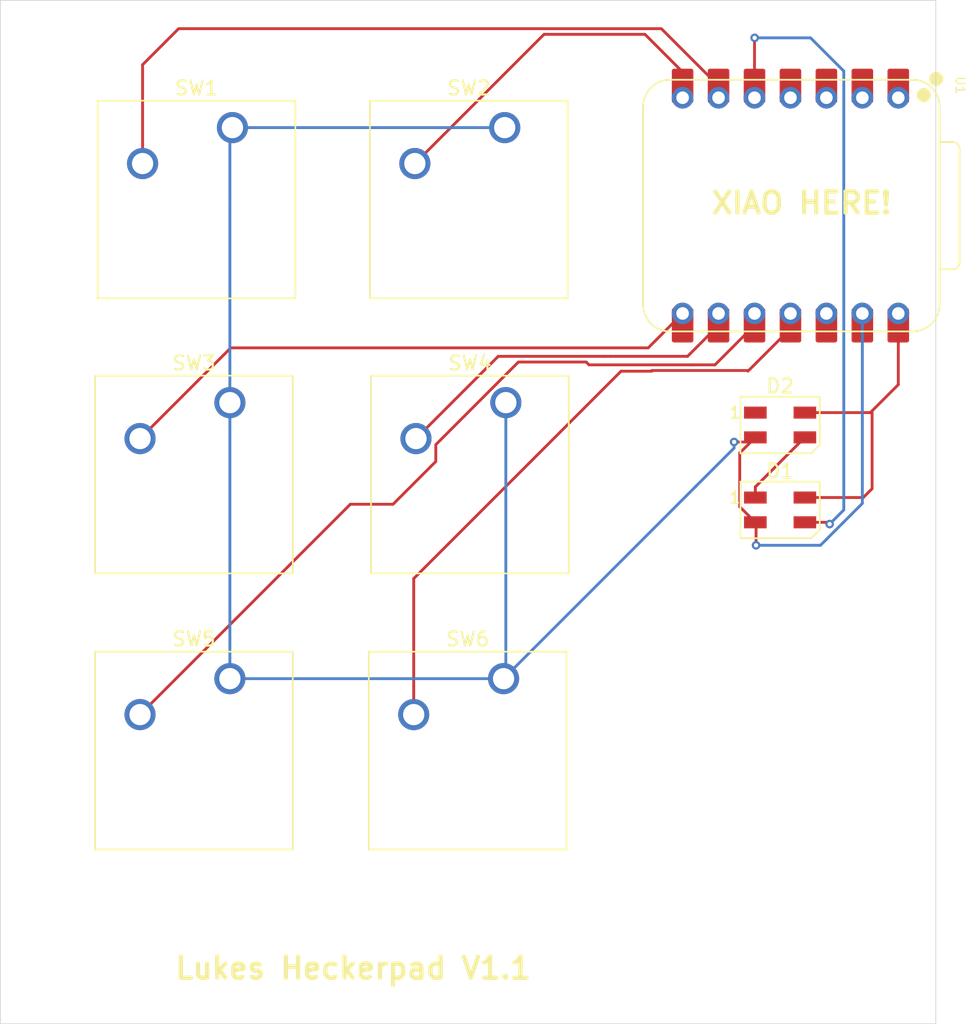
<source format=kicad_pcb>
(kicad_pcb (version 20241229) (generator "pcbnew") (generator_version "9.0")
  (layers (0 "F.Cu" signal) (2 "B.Cu" signal) (13 "F.Paste" user) (15 "B.Paste" user) (5 "F.SilkS" user "F.Silkscreen") (7 "B.SilkS" user "B.Silkscreen") (1 "F.Mask" user) (3 "B.Mask" user) (25 "Edge.Cuts" user))
  (net 0 "")
  (net 1 "+5V")
  (net 2 "Net-(D1-DOUT)")
  (net 3 "GND")
  (net 4 "Net-(D1-DIN)")
  (net 6 "Net-(U1-GPIO7{slash}SCL)")
  (net 7 "Net-(U1-GPIO0{slash}TX)")
  (net 8 "Net-(U1-GPIO1{slash}RX)")
  (net 9 "Net-(U1-GPIO2{slash}SCK)")
  (net 10 "Net-(U1-GPIO4{slash}MISO)")
  (net 11 "Net-(U1-GPIO3{slash}MOSI)")
  (footprint "Button_Switch_Keyboard:SW_Cherry_MX_1.00u_PCB" (layer "F.Cu") (at 62.62 123.42)
    (property "Reference" "SW5" (at -2.54 -2.794 0) (layer "F.SilkS"))
    (property "Value" "SW_Push")
    (fp_line (start -9.525 -1.905) (end 4.445 -1.905) (stroke (width 0.12)) (layer "F.SilkS"))
    (fp_line (start -9.525 12.065) (end -9.525 -1.905) (stroke (width 0.12)) (layer "F.SilkS"))
    (fp_line (start 4.445 -1.905) (end 4.445 12.065) (stroke (width 0.12)) (layer "F.SilkS"))
    (fp_line (start 4.445 12.065) (end -9.525 12.065) (stroke (width 0.12)) (layer "F.SilkS"))
    (pad "" np_thru_hole circle (at -7.62 5.08) (size 1.7 1.7) (drill 1.7) (layers "*.Cu" "*.Mask"))
    (pad "" np_thru_hole circle (at -2.54 5.08) (size 4 4) (drill 4) (layers "*.Cu" "*.Mask"))
    (pad "" np_thru_hole circle (at 2.54 5.08) (size 1.7 1.7) (drill 1.7) (layers "*.Cu" "*.Mask"))
    (pad "1" thru_hole circle (at 0 0) (size 2.2 2.2) (drill 1.5) (layers "*.Cu" "*.Mask") (net 3 "GND"))
    (pad "2" thru_hole circle (at -6.35 2.54) (size 2.2 2.2) (drill 1.5) (layers "*.Cu" "*.Mask") (net 10 "Net-(U1-GPIO4{slash}MISO)"))
  )
  (footprint "Button_Switch_Keyboard:SW_Cherry_MX_1.00u_PCB" (layer "F.Cu") (at 82.12 103.92)
    (property "Reference" "SW4" (at -2.54 -2.794 0) (layer "F.SilkS"))
    (property "Value" "SW_Push")
    (fp_line (start -9.525 -1.905) (end 4.445 -1.905) (stroke (width 0.12)) (layer "F.SilkS"))
    (fp_line (start -9.525 12.065) (end -9.525 -1.905) (stroke (width 0.12)) (layer "F.SilkS"))
    (fp_line (start 4.445 -1.905) (end 4.445 12.065) (stroke (width 0.12)) (layer "F.SilkS"))
    (fp_line (start 4.445 12.065) (end -9.525 12.065) (stroke (width 0.12)) (layer "F.SilkS"))
    (pad "" np_thru_hole circle (at -7.62 5.08) (size 1.7 1.7) (drill 1.7) (layers "*.Cu" "*.Mask"))
    (pad "" np_thru_hole circle (at -2.54 5.08) (size 4 4) (drill 4) (layers "*.Cu" "*.Mask"))
    (pad "" np_thru_hole circle (at 2.54 5.08) (size 1.7 1.7) (drill 1.7) (layers "*.Cu" "*.Mask"))
    (pad "1" thru_hole circle (at 0 0) (size 2.2 2.2) (drill 1.5) (layers "*.Cu" "*.Mask") (net 3 "GND"))
    (pad "2" thru_hole circle (at -6.35 2.54) (size 2.2 2.2) (drill 1.5) (layers "*.Cu" "*.Mask") (net 9 "Net-(U1-GPIO2{slash}SCK)"))
  )
  (footprint "Button_Switch_Keyboard:SW_Cherry_MX_1.00u_PCB" (layer "F.Cu") (at 62.62 103.92)
    (property "Reference" "SW3" (at -2.54 -2.794 0) (layer "F.SilkS"))
    (property "Value" "SW_Push")
    (fp_line (start -9.525 -1.905) (end 4.445 -1.905) (stroke (width 0.12)) (layer "F.SilkS"))
    (fp_line (start -9.525 12.065) (end -9.525 -1.905) (stroke (width 0.12)) (layer "F.SilkS"))
    (fp_line (start 4.445 -1.905) (end 4.445 12.065) (stroke (width 0.12)) (layer "F.SilkS"))
    (fp_line (start 4.445 12.065) (end -9.525 12.065) (stroke (width 0.12)) (layer "F.SilkS"))
    (pad "" np_thru_hole circle (at -7.62 5.08) (size 1.7 1.7) (drill 1.7) (layers "*.Cu" "*.Mask"))
    (pad "" np_thru_hole circle (at -2.54 5.08) (size 4 4) (drill 4) (layers "*.Cu" "*.Mask"))
    (pad "" np_thru_hole circle (at 2.54 5.08) (size 1.7 1.7) (drill 1.7) (layers "*.Cu" "*.Mask"))
    (pad "1" thru_hole circle (at 0 0) (size 2.2 2.2) (drill 1.5) (layers "*.Cu" "*.Mask") (net 3 "GND"))
    (pad "2" thru_hole circle (at -6.35 2.54) (size 2.2 2.2) (drill 1.5) (layers "*.Cu" "*.Mask") (net 8 "Net-(U1-GPIO1{slash}RX)"))
  )
  (footprint "LED_SMD:LED_SK6812MINI_PLCC4_3.5x3.5mm_P1.75mm" (layer "F.Cu") (at 101.5 105.5)
    (property "Reference" "D2" (at 0 -2.75 0) (layer "F.SilkS"))
    (property "Value" "SK6812MINI")
    (fp_line (start -2.8 -2) (end -2.8 2) (stroke (width 0.12)) (layer "F.SilkS"))
    (fp_line (start -2.8 -2) (end 2.8 -2) (stroke (width 0.12)) (layer "F.SilkS"))
    (fp_line (start -2.8 2) (end 2.2 2) (stroke (width 0.12)) (layer "F.SilkS"))
    (fp_line (start 2.8 1.4) (end 2.2 2) (stroke (width 0.12)) (layer "F.SilkS"))
    (fp_line (start 2.8 1.4) (end 2.8 -2) (stroke (width 0.12)) (layer "F.SilkS"))
    (fp_text user "1" (at -3.2 -0.875 0) (layer "F.SilkS") (effects (font (size 0.8 0.8))))
    (pad "1" smd rect (at -1.75 -0.875) (size 1.6 0.85) (layers "F.Cu" "F.Mask" "F.Paste"))
    (pad "2" smd rect (at -1.75 0.875) (size 1.6 0.85) (layers "F.Cu" "F.Mask" "F.Paste") (net 3 "GND"))
    (pad "3" smd rect (at 1.75 0.875) (size 1.6 0.85) (layers "F.Cu" "F.Mask" "F.Paste") (net 2 "Net-(D1-DOUT)"))
    (pad "4" smd rect (at 1.75 -0.875) (size 1.6 0.85) (layers "F.Cu" "F.Mask" "F.Paste") (net 1 "+5V"))
  )
  (footprint "OPL:XIAO-RP2040-DIP" (layer "F.Cu") (at 102.2315 90 -90)
    (property "Reference" "U1" (at -8.5 -12 270) (layer "F.SilkS") (effects (font (size 0.635 0.635) (thickness 0.1016))))
    (property "Value" "XIAO-RP2040-DIP")
    (fp_line (start -6.985 10.414) (end 6.985 10.414) (stroke (width 0.127)) (layer "F.SilkS"))
    (fp_line (start -8.89 8.509) (end -8.89 -8.636) (stroke (width 0.127)) (layer "F.SilkS"))
    (fp_line (start 8.89 8.509) (end 8.89 -8.636) (stroke (width 0.127)) (layer "F.SilkS"))
    (fp_line (start -4.495 -10.541) (end -4.491272 -11.451272) (stroke (width 0.127)) (layer "F.SilkS"))
    (fp_line (start 6.985 -10.541) (end -6.985 -10.541) (stroke (width 0.1)) (layer "F.SilkS"))
    (fp_line (start 6.985 -10.541) (end -6.985 -10.541) (stroke (width 0.127)) (layer "F.SilkS"))
    (fp_line (start 4.504 -11.451) (end 4.504 -10.541) (stroke (width 0.127)) (layer "F.SilkS"))
    (fp_line (start -3.991272 -11.951) (end 4.004 -11.951) (stroke (width 0.127)) (layer "F.SilkS"))
    (fp_arc (start -6.985 10.414) (mid -8.332038 9.856038) (end -8.89 8.509) (stroke (width 0.127)) (layer "F.SilkS"))
    (fp_arc (start 8.89 8.509) (mid 8.332038 9.856038) (end 6.985 10.414) (stroke (width 0.127)) (layer "F.SilkS"))
    (fp_arc (start -8.89 -8.636) (mid -8.332038 -9.983038) (end -6.985 -10.541) (stroke (width 0.127)) (layer "F.SilkS"))
    (fp_arc (start 6.985 -10.541) (mid 8.332038 -9.983038) (end 8.89 -8.636) (stroke (width 0.127)) (layer "F.SilkS"))
    (fp_arc (start -4.491272 -11.451272) (mid -4.344728 -11.80464) (end -3.991272 -11.951) (stroke (width 0.127)) (layer "F.SilkS"))
    (fp_arc (start 4.004 -11.951) (mid 4.357553 -11.804553) (end 4.504 -11.451) (stroke (width 0.127)) (layer "F.SilkS"))
    (fp_circle (center -7.807 -9.42) (end -7.807 -9.674) (stroke (width 0.5)) (fill yes) (layer "F.SilkS"))
    (fp_circle (center -8.95 -10.3) (end -8.95 -10.554) (stroke (width 0.5)) (fill yes) (layer "F.SilkS"))
    (pad "1" smd roundrect (at -8.455 -7.62 90) (size 2.432 1.524) (layers "F.Cu" "F.Mask") (roundrect_rratio 0.1))
    (pad "1" thru_hole circle (at -7.62 -7.62 90) (size 1.524 1.524) (drill 0.889) (layers "*.Cu" "*.Mask"))
    (pad "2" smd roundrect (at -8.455 -5.08 90) (size 2.432 1.524) (layers "F.Cu" "F.Mask") (roundrect_rratio 0.1))
    (pad "2" thru_hole circle (at -7.62 -5.08 90) (size 1.524 1.524) (drill 0.889) (layers "*.Cu" "*.Mask"))
    (pad "3" smd roundrect (at -8.455 -2.54 90) (size 2.432 1.524) (layers "F.Cu" "F.Mask") (roundrect_rratio 0.1))
    (pad "3" thru_hole circle (at -7.62 -2.54 90) (size 1.524 1.524) (drill 0.889) (layers "*.Cu" "*.Mask"))
    (pad "4" smd roundrect (at -8.455 0 90) (size 2.432 1.524) (layers "F.Cu" "F.Mask") (roundrect_rratio 0.1))
    (pad "4" thru_hole circle (at -7.62 0 90) (size 1.524 1.524) (drill 0.889) (layers "*.Cu" "*.Mask"))
    (pad "5" smd roundrect (at -8.455 2.54 90) (size 2.432 1.524) (layers "F.Cu" "F.Mask") (roundrect_rratio 0.1) (net 4 "Net-(D1-DIN)"))
    (pad "5" thru_hole circle (at -7.62 2.54 90) (size 1.524 1.524) (drill 0.889) (layers "*.Cu" "*.Mask") (net 4 "Net-(D1-DIN)"))
    (pad "6" smd roundrect (at -8.455 5.08 90) (size 2.432 1.524) (layers "F.Cu" "F.Mask") (roundrect_rratio 0.1) (net 6 "Net-(U1-GPIO7{slash}SCL)"))
    (pad "6" thru_hole circle (at -7.62 5.08 90) (size 1.524 1.524) (drill 0.889) (layers "*.Cu" "*.Mask") (net 6 "Net-(U1-GPIO7{slash}SCL)"))
    (pad "7" smd roundrect (at -8.455 7.62 90) (size 2.432 1.524) (layers "F.Cu" "F.Mask") (roundrect_rratio 0.1) (net 7 "Net-(U1-GPIO0{slash}TX)"))
    (pad "7" thru_hole circle (at -7.62 7.62 90) (size 1.524 1.524) (drill 0.889) (layers "*.Cu" "*.Mask") (net 7 "Net-(U1-GPIO0{slash}TX)"))
    (pad "8" thru_hole circle (at 7.62 7.62 270) (size 1.524 1.524) (drill 0.889) (layers "*.Cu" "*.Mask") (net 8 "Net-(U1-GPIO1{slash}RX)"))
    (pad "8" smd roundrect (at 8.455 7.62 270) (size 2.432 1.524) (layers "F.Cu" "F.Mask") (roundrect_rratio 0.1) (net 8 "Net-(U1-GPIO1{slash}RX)"))
    (pad "9" thru_hole circle (at 7.62 5.08 270) (size 1.524 1.524) (drill 0.889) (layers "*.Cu" "*.Mask") (net 9 "Net-(U1-GPIO2{slash}SCK)"))
    (pad "9" smd roundrect (at 8.455 5.08 270) (size 2.432 1.524) (layers "F.Cu" "F.Mask") (roundrect_rratio 0.1) (net 9 "Net-(U1-GPIO2{slash}SCK)"))
    (pad "10" thru_hole circle (at 7.62 2.54 270) (size 1.524 1.524) (drill 0.889) (layers "*.Cu" "*.Mask") (net 10 "Net-(U1-GPIO4{slash}MISO)"))
    (pad "10" smd roundrect (at 8.455 2.54 270) (size 2.432 1.524) (layers "F.Cu" "F.Mask") (roundrect_rratio 0.1) (net 10 "Net-(U1-GPIO4{slash}MISO)"))
    (pad "11" thru_hole circle (at 7.62 0 270) (size 1.524 1.524) (drill 0.889) (layers "*.Cu" "*.Mask") (net 11 "Net-(U1-GPIO3{slash}MOSI)"))
    (pad "11" smd roundrect (at 8.455 0 270) (size 2.432 1.524) (layers "F.Cu" "F.Mask") (roundrect_rratio 0.1) (net 11 "Net-(U1-GPIO3{slash}MOSI)"))
    (pad "12" thru_hole circle (at 7.62 -2.54 270) (size 1.524 1.524) (drill 0.889) (layers "*.Cu" "*.Mask"))
    (pad "12" smd roundrect (at 8.455 -2.54 270) (size 2.432 1.524) (layers "F.Cu" "F.Mask") (roundrect_rratio 0.1))
    (pad "13" thru_hole circle (at 7.62 -5.08 270) (size 1.524 1.524) (drill 0.889) (layers "*.Cu" "*.Mask") (net 3 "GND"))
    (pad "13" smd roundrect (at 8.455 -5.08 270) (size 2.432 1.524) (layers "F.Cu" "F.Mask") (roundrect_rratio 0.1) (net 3 "GND"))
    (pad "14" thru_hole circle (at 7.62 -7.62 270) (size 1.524 1.524) (drill 0.889) (layers "*.Cu" "*.Mask") (net 1 "+5V"))
    (pad "14" smd roundrect (at 8.455 -7.62 270) (size 2.432 1.524) (layers "F.Cu" "F.Mask") (roundrect_rratio 0.1) (net 1 "+5V"))
  )
  (footprint "Button_Switch_Keyboard:SW_Cherry_MX_1.00u_PCB" (layer "F.Cu") (at 81.96 123.42)
    (property "Reference" "SW6" (at -2.54 -2.794 0) (layer "F.SilkS"))
    (property "Value" "SW_Push")
    (fp_line (start -9.525 -1.905) (end 4.445 -1.905) (stroke (width 0.12)) (layer "F.SilkS"))
    (fp_line (start -9.525 12.065) (end -9.525 -1.905) (stroke (width 0.12)) (layer "F.SilkS"))
    (fp_line (start 4.445 -1.905) (end 4.445 12.065) (stroke (width 0.12)) (layer "F.SilkS"))
    (fp_line (start 4.445 12.065) (end -9.525 12.065) (stroke (width 0.12)) (layer "F.SilkS"))
    (pad "" np_thru_hole circle (at -7.62 5.08) (size 1.7 1.7) (drill 1.7) (layers "*.Cu" "*.Mask"))
    (pad "" np_thru_hole circle (at -2.54 5.08) (size 4 4) (drill 4) (layers "*.Cu" "*.Mask"))
    (pad "" np_thru_hole circle (at 2.54 5.08) (size 1.7 1.7) (drill 1.7) (layers "*.Cu" "*.Mask"))
    (pad "1" thru_hole circle (at 0 0) (size 2.2 2.2) (drill 1.5) (layers "*.Cu" "*.Mask") (net 3 "GND"))
    (pad "2" thru_hole circle (at -6.35 2.54) (size 2.2 2.2) (drill 1.5) (layers "*.Cu" "*.Mask") (net 11 "Net-(U1-GPIO3{slash}MOSI)"))
  )
  (footprint "LED_SMD:LED_SK6812MINI_PLCC4_3.5x3.5mm_P1.75mm" (layer "F.Cu") (at 101.5 111.5)
    (property "Reference" "D1" (at 0 -2.75 0) (layer "F.SilkS"))
    (property "Value" "SK6812MINI")
    (fp_line (start -2.8 -2) (end -2.8 2) (stroke (width 0.12)) (layer "F.SilkS"))
    (fp_line (start -2.8 -2) (end 2.8 -2) (stroke (width 0.12)) (layer "F.SilkS"))
    (fp_line (start -2.8 2) (end 2.2 2) (stroke (width 0.12)) (layer "F.SilkS"))
    (fp_line (start 2.8 1.4) (end 2.2 2) (stroke (width 0.12)) (layer "F.SilkS"))
    (fp_line (start 2.8 1.4) (end 2.8 -2) (stroke (width 0.12)) (layer "F.SilkS"))
    (fp_text user "1" (at -3.2 -0.875 0) (layer "F.SilkS") (effects (font (size 0.8 0.8))))
    (pad "1" smd rect (at -1.75 -0.875) (size 1.6 0.85) (layers "F.Cu" "F.Mask" "F.Paste") (net 2 "Net-(D1-DOUT)"))
    (pad "2" smd rect (at -1.75 0.875) (size 1.6 0.85) (layers "F.Cu" "F.Mask" "F.Paste") (net 3 "GND"))
    (pad "3" smd rect (at 1.75 0.875) (size 1.6 0.85) (layers "F.Cu" "F.Mask" "F.Paste") (net 4 "Net-(D1-DIN)"))
    (pad "4" smd rect (at 1.75 -0.875) (size 1.6 0.85) (layers "F.Cu" "F.Mask" "F.Paste") (net 1 "+5V"))
  )
  (footprint "Button_Switch_Keyboard:SW_Cherry_MX_1.00u_PCB" (layer "F.Cu") (at 62.8 84.49)
    (property "Reference" "SW1" (at -2.54 -2.794 0) (layer "F.SilkS"))
    (property "Value" "SW_Push")
    (fp_line (start -9.525 -1.905) (end 4.445 -1.905) (stroke (width 0.12)) (layer "F.SilkS"))
    (fp_line (start -9.525 12.065) (end -9.525 -1.905) (stroke (width 0.12)) (layer "F.SilkS"))
    (fp_line (start 4.445 -1.905) (end 4.445 12.065) (stroke (width 0.12)) (layer "F.SilkS"))
    (fp_line (start 4.445 12.065) (end -9.525 12.065) (stroke (width 0.12)) (layer "F.SilkS"))
    (pad "" np_thru_hole circle (at -7.62 5.08) (size 1.7 1.7) (drill 1.7) (layers "*.Cu" "*.Mask"))
    (pad "" np_thru_hole circle (at -2.54 5.08) (size 4 4) (drill 4) (layers "*.Cu" "*.Mask"))
    (pad "" np_thru_hole circle (at 2.54 5.08) (size 1.7 1.7) (drill 1.7) (layers "*.Cu" "*.Mask"))
    (pad "1" thru_hole circle (at 0 0) (size 2.2 2.2) (drill 1.5) (layers "*.Cu" "*.Mask") (net 3 "GND"))
    (pad "2" thru_hole circle (at -6.35 2.54) (size 2.2 2.2) (drill 1.5) (layers "*.Cu" "*.Mask") (net 6 "Net-(U1-GPIO7{slash}SCL)"))
  )
  (footprint "Button_Switch_Keyboard:SW_Cherry_MX_1.00u_PCB" (layer "F.Cu") (at 82.04 84.49)
    (property "Reference" "SW2" (at -2.54 -2.794 0) (layer "F.SilkS"))
    (property "Value" "SW_Push")
    (fp_line (start -9.525 -1.905) (end 4.445 -1.905) (stroke (width 0.12)) (layer "F.SilkS"))
    (fp_line (start -9.525 12.065) (end -9.525 -1.905) (stroke (width 0.12)) (layer "F.SilkS"))
    (fp_line (start 4.445 -1.905) (end 4.445 12.065) (stroke (width 0.12)) (layer "F.SilkS"))
    (fp_line (start 4.445 12.065) (end -9.525 12.065) (stroke (width 0.12)) (layer "F.SilkS"))
    (pad "" np_thru_hole circle (at -7.62 5.08) (size 1.7 1.7) (drill 1.7) (layers "*.Cu" "*.Mask"))
    (pad "" np_thru_hole circle (at -2.54 5.08) (size 4 4) (drill 4) (layers "*.Cu" "*.Mask"))
    (pad "" np_thru_hole circle (at 2.54 5.08) (size 1.7 1.7) (drill 1.7) (layers "*.Cu" "*.Mask"))
    (pad "1" thru_hole circle (at 0 0) (size 2.2 2.2) (drill 1.5) (layers "*.Cu" "*.Mask") (net 3 "GND"))
    (pad "2" thru_hole circle (at -6.35 2.54) (size 2.2 2.2) (drill 1.5) (layers "*.Cu" "*.Mask") (net 7 "Net-(U1-GPIO0{slash}TX)"))
  )
  (gr_rect (start 46.4 75.5) (end 112.5 147.8) (stroke (width 0.05)) (fill no) (layer "Edge.Cuts"))
  (gr_text "XIAO HERE!" (at 96.5 90.7 0) (layer "F.SilkS") (effects (font (size 1.5 1.5) (thickness 0.3) (bold yes)) (justify left bottom)))
  (gr_text "Lukes Heckerpad V1.1" (at 58.6 144.75 0) (layer "F.SilkS") (effects (font (size 1.5 1.5) (thickness 0.3) (bold yes)) (justify left bottom)))
  (segment (start 108 110) (end 108 104.5) (width 0.2) (layer "F.Cu") (net 1))
  (segment (start 109.8515 102.6485) (end 109.8515 98.455) (width 0.2) (layer "F.Cu") (net 1))
  (segment (start 107.375 110.625) (end 108 110) (width 0.2) (layer "F.Cu") (net 1))
  (segment (start 103.25 104.625) (end 107.875 104.625) (width 0.2) (layer "F.Cu") (net 1))
  (segment (start 107.875 104.625) (end 108 104.5) (width 0.2) (layer "F.Cu") (net 1))
  (segment (start 103.25 110.625) (end 107.375 110.625) (width 0.2) (layer "F.Cu") (net 1))
  (segment (start 108 104.5) (end 109.8515 102.6485) (width 0.2) (layer "F.Cu") (net 1))
  (segment (start 99.75 110.625) (end 99.75 109.875) (width 0.2) (layer "F.Cu") (net 2))
  (segment (start 99.75 109.875) (end 103.25 106.375) (width 0.2) (layer "F.Cu") (net 2))
  (segment (start 107.3115 97.62) (end 107.3115 98.455) (width 0.2) (layer "F.Cu") (net 3))
  (segment (start 99.8 114) (end 99.8 112.425) (width 0.2) (layer "F.Cu") (net 3))
  (segment (start 98.25 106.7) (end 99.425 106.7) (width 0.2) (layer "F.Cu") (net 3))
  (segment (start 98.649 111.274) (end 98.649 107.476) (width 0.2) (layer "F.Cu") (net 3))
  (segment (start 82.12 84.57) (end 82.04 84.49) (width 0.2) (layer "F.Cu") (net 3))
  (segment (start 99.8 112.425) (end 99.75 112.375) (width 0.2) (layer "F.Cu") (net 3))
  (segment (start 98.649 107.476) (end 99.75 106.375) (width 0.2) (layer "F.Cu") (net 3))
  (segment (start 81.96 104.08) (end 82.12 103.92) (width 0.2) (layer "F.Cu") (net 3))
  (segment (start 99.75 112.375) (end 98.649 111.274) (width 0.2) (layer "F.Cu") (net 3))
  (segment (start 99.425 106.7) (end 99.75 106.375) (width 0.2) (layer "F.Cu") (net 3))
  (via (at 99.8 114) (size 0.6) (drill 0.3) (layers "F.Cu" "B.Cu") (net 3))
  (via (at 98.25 106.7) (size 0.6) (drill 0.3) (layers "F.Cu" "B.Cu") (net 3))
  (segment (start 98.25 107.13) (end 98.25 106.7) (width 0.2) (layer "B.Cu") (net 3))
  (segment (start 107.3115 97.62) (end 107.3115 111.038443) (width 0.2) (layer "B.Cu") (net 3))
  (segment (start 82.12 123.26) (end 81.96 123.42) (width 0.2) (layer "B.Cu") (net 3))
  (segment (start 107.3115 111.038443) (end 105.248943 113.101) (width 0.2) (layer "B.Cu") (net 3))
  (segment (start 62.8 84.49) (end 82.04 84.49) (width 0.2) (layer "B.Cu") (net 3))
  (segment (start 95.53 109.85) (end 98.25 107.13) (width 0.2) (layer "B.Cu") (net 3))
  (segment (start 95.53 109.85) (end 81.96 123.42) (width 0.2) (layer "B.Cu") (net 3))
  (segment (start 62.62 84.67) (end 62.8 84.49) (width 0.2) (layer "B.Cu") (net 3))
  (segment (start 105.248943 113.101) (end 104.349943 114) (width 0.2) (layer "B.Cu") (net 3))
  (segment (start 82.12 103.92) (end 82.12 123.26) (width 0.2) (layer "B.Cu") (net 3))
  (segment (start 62.62 123.42) (end 62.62 103.92) (width 0.2) (layer "B.Cu") (net 3))
  (segment (start 62.62 103.92) (end 62.62 84.67) (width 0.2) (layer "B.Cu") (net 3))
  (segment (start 104.349943 114) (end 99.8 114) (width 0.2) (layer "B.Cu") (net 3))
  (segment (start 81.96 123.42) (end 62.62 123.42) (width 0.2) (layer "B.Cu") (net 3))
  (segment (start 104.875 112.375) (end 105 112.5) (width 0.2) (layer "F.Cu") (net 4))
  (segment (start 99.7 78.4) (end 99.6915 78.4085) (width 0.2) (layer "F.Cu") (net 4))
  (segment (start 99.6915 78.1585) (end 99.7 78.15) (width 0.2) (layer "F.Cu") (net 4))
  (segment (start 103.25 112.375) (end 104.875 112.375) (width 0.2) (layer "F.Cu") (net 4))
  (segment (start 99.6915 82.38) (end 99.6915 81.545) (width 0.2) (layer "F.Cu") (net 4))
  (segment (start 99.7 78.15) (end 99.7 78.4) (width 0.2) (layer "F.Cu") (net 4))
  (segment (start 99.6915 82.38) (end 99.6915 78.1585) (width 0.2) (layer "F.Cu") (net 4))
  (via (at 99.7 78.15) (size 0.6) (drill 0.3) (layers "F.Cu" "B.Cu") (net 4))
  (via (at 105 112.5) (size 0.6) (drill 0.3) (layers "F.Cu" "B.Cu") (net 4))
  (segment (start 105 112.5) (end 106 111.5) (width 0.2) (layer "B.Cu") (net 4))
  (segment (start 106 111.5) (end 106 80.5) (width 0.2) (layer "B.Cu") (net 4))
  (segment (start 103.65 78.15) (end 99.7 78.15) (width 0.2) (layer "B.Cu") (net 4))
  (segment (start 106 80.5) (end 103.65 78.15) (width 0.2) (layer "B.Cu") (net 4))
  (segment (start 56.45 80.05) (end 59 77.5) (width 0.2) (layer "F.Cu") (net 6))
  (segment (start 59 77.5) (end 93.1065 77.5) (width 0.2) (layer "F.Cu") (net 6))
  (segment (start 93.1065 77.5) (end 97.1515 81.545) (width 0.2) (layer "F.Cu") (net 6))
  (segment (start 56.45 87.03) (end 56.45 80.05) (width 0.2) (layer "F.Cu") (net 6))
  (segment (start 84.819 77.901) (end 91.95 77.901) (width 0.2) (layer "F.Cu") (net 7))
  (segment (start 75.69 87.03) (end 84.819 77.901) (width 0.2) (layer "F.Cu") (net 7))
  (segment (start 91.95 77.901) (end 94.6115 80.5625) (width 0.2) (layer "F.Cu") (net 7))
  (segment (start 94.6115 80.5625) (end 94.6115 82.38) (width 0.2) (layer "F.Cu") (net 7))
  (segment (start 94.530155 97.701345) (end 92.1815 100.05) (width 0.2) (layer "F.Cu") (net 8))
  (segment (start 62.68 100.05) (end 56.27 106.46) (width 0.2) (layer "F.Cu") (net 8))
  (segment (start 92.1815 100.05) (end 62.68 100.05) (width 0.2) (layer "F.Cu") (net 8))
  (segment (start 94.6115 97.62) (end 94.530155 97.701345) (width 0.2) (layer "F.Cu") (net 8))
  (segment (start 97.1515 98.455) (end 94.9565 100.65) (width 0.2) (layer "F.Cu") (net 9))
  (segment (start 97.1515 97.62) (end 97.1515 97.820231) (width 0.2) (layer "F.Cu") (net 9))
  (segment (start 89.522625 100.65) (end 89.014385 100.65) (width 0.2) (layer "F.Cu") (net 9))
  (segment (start 94.9565 100.65) (end 89.522625 100.65) (width 0.2) (layer "F.Cu") (net 9))
  (segment (start 81.58 100.65) (end 75.77 106.46) (width 0.2) (layer "F.Cu") (net 9))
  (segment (start 89.014385 100.65) (end 81.58 100.65) (width 0.2) (layer "F.Cu") (net 9))
  (segment (start 97.1515 97.820231) (end 97.1515 98.69763) (width 0.2) (layer "F.Cu") (net 9))
  (segment (start 87.8 101.051) (end 83.007686 101.051) (width 0.2) (layer "F.Cu") (net 10))
  (segment (start 77.171 108.079) (end 74.15 111.1) (width 0.2) (layer "F.Cu") (net 10))
  (segment (start 88 101.251) (end 87.8 101.051) (width 0.2) (layer "F.Cu") (net 10))
  (segment (start 95.331085 101.251) (end 95.185873 101.251) (width 0.2) (layer "F.Cu") (net 10))
  (segment (start 71.13 111.1) (end 56.27 125.96) (width 0.2) (layer "F.Cu") (net 10))
  (segment (start 77.171 106.887686) (end 77.171 108.079) (width 0.2) (layer "F.Cu") (net 10))
  (segment (start 96.8955 101.251) (end 95.331085 101.251) (width 0.2) (layer "F.Cu") (net 10))
  (segment (start 99.6915 98.455) (end 96.8955 101.251) (width 0.2) (layer "F.Cu") (net 10))
  (segment (start 95.185873 101.251) (end 88 101.251) (width 0.2) (layer "F.Cu") (net 10))
  (segment (start 74.15 111.1) (end 71.13 111.1) (width 0.2) (layer "F.Cu") (net 10))
  (segment (start 83.007686 101.051) (end 77.171 106.887686) (width 0.2) (layer "F.Cu") (net 10))
  (segment (start 75.61 116.35153) (end 75.61 125.96) (width 0.2) (layer "F.Cu") (net 11))
  (segment (start 99.22913 101.65) (end 92.426855 101.65) (width 0.2) (layer "F.Cu") (net 11))
  (segment (start 90.26153 101.7) (end 75.61 116.35153) (width 0.2) (layer "F.Cu") (net 11))
  (segment (start 102.2315 98.69763) (end 99.22913 101.7) (width 0.2) (layer "F.Cu") (net 11))
  (segment (start 102.2315 97.62) (end 102.2315 98.69763) (width 0.2) (layer "F.Cu") (net 11))
  (segment (start 92.426855 101.7) (end 90.26153 101.7) (width 0.2) (layer "F.Cu") (net 11))
)
</source>
